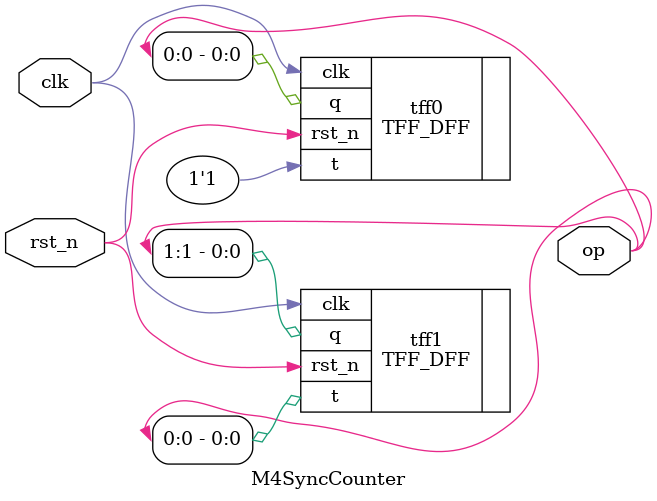
<source format=sv>
module M4SyncCounter(input clk, rst_n,
                     output [1:0] op);

    TFF_DFF tff0(.t(1'b1), .clk(clk), .rst_n(rst_n), .q(op[0]));
    TFF_DFF tff1(.t(op[0]), .clk(clk), .rst_n(rst_n), .q(op[1]));
    
endmodule
</source>
